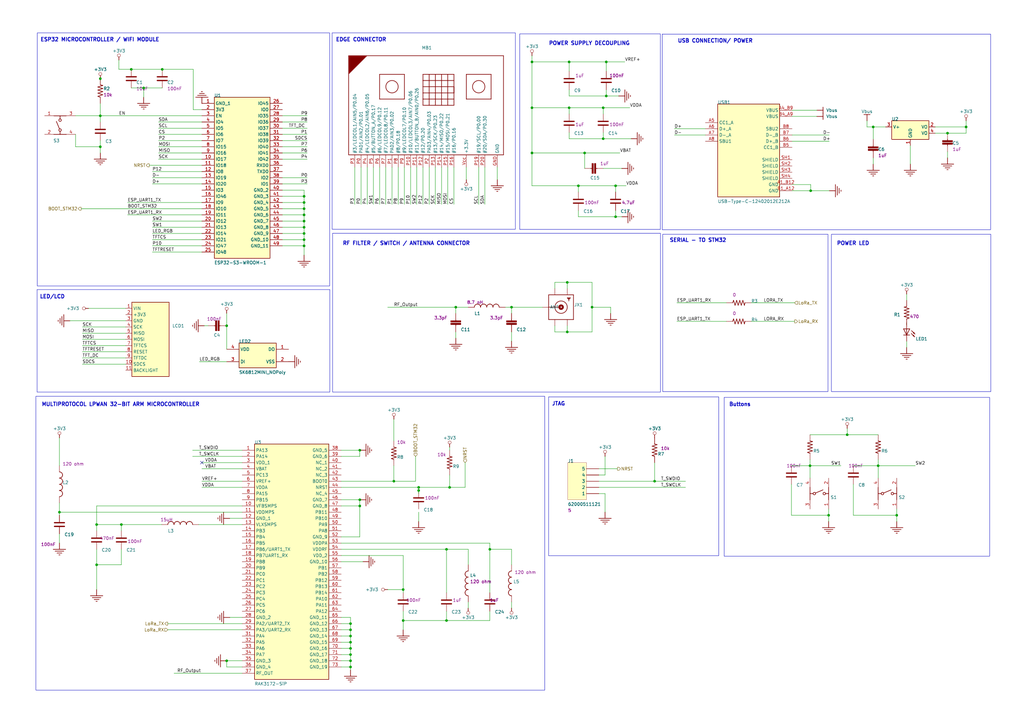
<source format=kicad_sch>
(kicad_sch (version 20231120) (generator "eeschema") (generator_version "8.0")
  (paper "A3")
  (title_block (title "LHCBit") (date "2024-10-08") (rev "1.0") (company "LHC"))
  (junction (at 239.776 62.738))
  (junction (at 39.624 231.648))
  (junction (at 247.396 44.196))
  (junction (at 92.964 133.604))
  (junction (at 39.624 215.138))
  (junction (at 143.764 263.398))
  (junction (at 218.186 44.196))
  (junction (at 66.548 28.448))
  (junction (at 165.354 254.508))
  (junction (at 218.186 62.738))
  (junction (at 232.664 136.144))
  (junction (at 124.714 85.598))
  (junction (at 143.764 271.018))
  (junction (at 252.476 88.9))
  (junction (at 171.704 199.898))
  (junction (at 143.764 265.938))
  (junction (at 143.764 273.558))
  (junction (at 143.764 268.478))
  (junction (at 58.928 36.068))
  (junction (at 183.134 225.298))
  (junction (at 124.714 80.518))
  (junction (at 124.714 90.678))
  (junction (at 165.354 241.808))
  (junction (at 184.404 199.898))
  (junction (at 218.186 25.4))
  (junction (at 41.148 60.198))
  (junction (at 248.666 39.37))
  (junction (at 252.476 76.2))
  (junction (at 143.764 255.778))
  (junction (at 147.574 184.658))
  (junction (at 124.714 88.138))
  (junction (at 147.574 207.518))
  (junction (at 237.236 76.2))
  (junction (at 183.134 254.508))
  (junction (at 92.964 271.018))
  (junction (at 367.792 211.328))
  (junction (at 358.14 52.07))
  (junction (at 360.172 191.008))
  (junction (at 233.426 25.4))
  (junction (at 171.704 201.168))
  (junction (at 233.426 44.196))
  (junction (at 143.764 258.318))
  (junction (at 186.944 125.984))
  (junction (at 396.24 52.07))
  (junction (at 209.804 125.984))
  (junction (at 268.478 197.358))
  (junction (at 41.148 32.258))
  (junction (at 388.62 54.61))
  (junction (at 242.824 125.984))
  (junction (at 124.714 93.218))
  (junction (at 41.148 47.498))
  (junction (at 143.764 260.858))
  (junction (at 124.714 83.058))
  (junction (at 332.232 191.008))
  (junction (at 161.544 197.358))
  (junction (at 200.914 225.298))
  (junction (at 232.664 115.824))
  (junction (at 124.714 95.758))
  (junction (at 248.666 25.4))
  (junction (at 49.784 215.138))
  (junction (at 339.852 211.328))
  (junction (at 53.848 28.448))
  (junction (at 147.574 204.978))
  (junction (at 124.714 98.298))
  (junction (at 347.472 178.308))
  (junction (at 332.486 78.232))
  (junction (at 24.384 210.058))
  (junction (at 247.396 56.896))
  (junction (at 124.714 100.838))
  (no_connect (at 82.804 189.738))
  (wire (pts (xy 143.764 258.318) (xy 143.764 260.858)))
  (wire (pts (xy 248.666 29.21) (xy 248.666 25.4)))
  (wire (pts (xy 82.804 103.378) (xy 62.484 103.378)))
  (wire (pts (xy 371.856 139.954) (xy 371.856 142.494)))
  (wire (pts (xy 147.574 204.978) (xy 147.574 207.518)))
  (wire (pts (xy 82.804 72.898) (xy 62.484 72.898)))
  (wire (pts (xy 115.824 85.598) (xy 124.714 85.598)))
  (wire (pts (xy 192.024 231.648) (xy 192.024 225.298)))
  (wire (pts (xy 139.954 273.558) (xy 143.764 273.558)))
  (wire (pts (xy 143.764 263.398) (xy 143.764 265.938)))
  (wire (pts (xy 39.624 231.648) (xy 39.624 241.808)))
  (wire (pts (xy 324.866 75.692) (xy 332.486 75.692)))
  (wire (pts (xy 248.666 39.37) (xy 248.666 36.83)))
  (wire (pts (xy 124.714 95.758) (xy 124.714 98.298)))
  (wire (pts (xy 242.824 125.984) (xy 250.444 125.984)))
  (wire (pts (xy 139.954 263.398) (xy 143.764 263.398)))
  (wire (pts (xy 308.102 131.826) (xy 325.882 131.826)))
  (wire (pts (xy 24.384 179.578) (xy 24.384 191.008)))
  (wire (pts (xy 209.804 139.954) (xy 209.804 136.144)))
  (wire (pts (xy 383.54 52.07) (xy 396.24 52.07)))
  (wire (pts (xy 308.102 124.206) (xy 325.882 124.206)))
  (wire (pts (xy 289.306 55.372) (xy 276.606 55.372)))
  (wire (pts (xy 227.584 115.824) (xy 232.664 115.824)))
  (wire (pts (xy 82.804 50.038) (xy 65.024 50.038)))
  (wire (pts (xy 171.704 199.898) (xy 184.404 199.898)))
  (wire (pts (xy 165.354 227.838) (xy 139.954 227.838)))
  (wire (pts (xy 99.314 273.558) (xy 92.964 273.558)))
  (wire (pts (xy 289.306 52.832) (xy 276.606 52.832)))
  (wire (pts (xy 92.964 143.256) (xy 92.964 133.604)))
  (wire (pts (xy 53.848 36.068) (xy 58.928 36.068)))
  (wire (pts (xy 139.954 265.938) (xy 143.764 265.938)))
  (wire (pts (xy 218.186 25.4) (xy 233.426 25.4)))
  (wire (pts (xy 41.148 50.038) (xy 41.148 47.498)))
  (wire (pts (xy 82.804 75.438) (xy 62.484 75.438)))
  (wire (pts (xy 324.612 191.008) (xy 332.232 191.008)))
  (wire (pts (xy 178.562 68.58) (xy 178.562 83.82)))
  (wire (pts (xy 247.396 44.196) (xy 258.318 44.196)))
  (wire (pts (xy 242.824 115.824) (xy 232.664 115.824)))
  (wire (pts (xy 115.824 57.658) (xy 125.984 57.658)))
  (wire (pts (xy 324.866 55.372) (xy 340.106 55.372)))
  (wire (pts (xy 200.914 254.508) (xy 200.914 250.698)))
  (wire (pts (xy 82.804 65.278) (xy 65.024 65.278)))
  (wire (pts (xy 51.562 134.112) (xy 33.782 134.112)))
  (wire (pts (xy 92.964 133.604) (xy 92.964 128.524)))
  (wire (pts (xy 339.852 208.788) (xy 339.852 211.328)))
  (wire (pts (xy 139.954 253.238) (xy 143.764 253.238)))
  (wire (pts (xy 66.548 28.448) (xy 79.248 28.448)))
  (wire (pts (xy 41.148 57.658) (xy 41.148 60.198)))
  (wire (pts (xy 82.804 90.678) (xy 62.484 90.678)))
  (wire (pts (xy 41.148 60.198) (xy 41.148 62.738)))
  (wire (pts (xy 360.172 188.468) (xy 360.172 191.008)))
  (wire (pts (xy 200.914 243.078) (xy 200.914 225.298)))
  (wire (pts (xy 115.824 95.758) (xy 124.714 95.758)))
  (wire (pts (xy 115.824 90.678) (xy 124.714 90.678)))
  (wire (pts (xy 139.954 268.478) (xy 143.764 268.478)))
  (wire (pts (xy 171.704 201.168) (xy 171.704 199.898)))
  (wire (pts (xy 186.944 138.684) (xy 186.944 136.144)))
  (wire (pts (xy 83.82 133.604) (xy 85.344 133.604)))
  (wire (pts (xy 139.954 187.198) (xy 147.574 187.198)))
  (wire (pts (xy 82.804 100.838) (xy 62.484 100.838)))
  (wire (pts (xy 51.562 141.732) (xy 33.782 141.732)))
  (wire (pts (xy 145.542 68.58) (xy 145.542 83.82)))
  (wire (pts (xy 139.954 199.898) (xy 171.704 199.898)))
  (wire (pts (xy 49.784 217.678) (xy 49.784 215.138)))
  (wire (pts (xy 184.404 199.898) (xy 190.754 199.898)))
  (wire (pts (xy 115.824 75.438) (xy 125.984 75.438)))
  (wire (pts (xy 324.612 198.628) (xy 324.612 211.328)))
  (wire (pts (xy 92.964 273.558) (xy 92.964 271.018)))
  (wire (pts (xy 209.804 125.984) (xy 222.504 125.984)))
  (wire (pts (xy 176.022 68.58) (xy 176.022 83.82)))
  (wire (pts (xy 332.486 75.692) (xy 332.486 78.232)))
  (wire (pts (xy 183.134 254.508) (xy 200.914 254.508)))
  (wire (pts (xy 233.426 25.4) (xy 248.666 25.4)))
  (wire (pts (xy 115.824 88.138) (xy 124.714 88.138)))
  (wire (pts (xy 39.624 225.298) (xy 39.624 231.648)))
  (wire (pts (xy 198.882 68.58) (xy 198.882 83.82)))
  (wire (pts (xy 99.314 258.318) (xy 68.834 258.318)))
  (wire (pts (xy 268.478 197.358) (xy 245.618 197.358)))
  (wire (pts (xy 239.776 62.738) (xy 218.186 62.738)))
  (wire (pts (xy 24.384 218.948) (xy 24.384 222.758)))
  (wire (pts (xy 82.804 52.578) (xy 65.024 52.578)))
  (wire (pts (xy 218.186 76.2) (xy 237.236 76.2)))
  (wire (pts (xy 192.024 249.428) (xy 192.024 246.888)))
  (wire (pts (xy 99.314 199.898) (xy 82.804 199.898)))
  (wire (pts (xy 209.804 128.524) (xy 209.804 125.984)))
  (wire (pts (xy 373.38 59.69) (xy 373.38 67.31)))
  (wire (pts (xy 115.824 55.118) (xy 125.984 55.118)))
  (wire (pts (xy 82.804 67.818) (xy 61.214 67.818)))
  (wire (pts (xy 247.396 46.736) (xy 247.396 44.196)))
  (wire (pts (xy 277.622 131.826) (xy 297.942 131.826)))
  (wire (pts (xy 115.824 93.218) (xy 124.714 93.218)))
  (wire (pts (xy 237.236 78.74) (xy 237.236 76.2)))
  (wire (pts (xy 324.612 211.328) (xy 339.852 211.328)))
  (wire (pts (xy 139.954 197.358) (xy 161.544 197.358)))
  (wire (pts (xy 143.764 271.018) (xy 143.764 273.558)))
  (wire (pts (xy 66.294 215.138) (xy 49.784 215.138)))
  (wire (pts (xy 124.714 90.678) (xy 124.714 93.218)))
  (wire (pts (xy 209.804 249.428) (xy 209.804 246.888)))
  (wire (pts (xy 143.764 268.478) (xy 143.764 271.018)))
  (wire (pts (xy 58.928 36.068) (xy 66.548 36.068)))
  (wire (pts (xy 165.354 254.508) (xy 183.134 254.508)))
  (wire (pts (xy 124.714 88.138) (xy 124.714 90.678)))
  (wire (pts (xy 255.016 69.088) (xy 247.396 69.088)))
  (wire (pts (xy 332.232 191.008) (xy 332.232 196.088)))
  (wire (pts (xy 252.476 76.2) (xy 256.794 76.2)))
  (wire (pts (xy 233.426 46.736) (xy 233.426 44.196)))
  (wire (pts (xy 139.954 220.218) (xy 147.574 220.218)))
  (wire (pts (xy 39.624 207.518) (xy 99.314 207.518)))
  (wire (pts (xy 248.158 202.438) (xy 245.618 202.438)))
  (wire (pts (xy 115.824 52.578) (xy 125.984 52.578)))
  (wire (pts (xy 139.954 204.978) (xy 147.574 204.978)))
  (wire (pts (xy 253.238 192.278) (xy 245.618 192.278)))
  (wire (pts (xy 358.14 64.77) (xy 358.14 67.31)))
  (wire (pts (xy 183.642 68.58) (xy 183.642 83.82)))
  (wire (pts (xy 207.264 125.984) (xy 209.804 125.984)))
  (wire (pts (xy 24.384 211.328) (xy 24.384 210.058)))
  (wire (pts (xy 332.486 78.232) (xy 340.106 78.232)))
  (wire (pts (xy 53.848 28.448) (xy 66.548 28.448)))
  (wire (pts (xy 143.764 273.558) (xy 143.764 274.828)))
  (wire (pts (xy 99.314 253.238) (xy 94.234 253.238)))
  (wire (pts (xy 232.664 136.144) (xy 242.824 136.144)))
  (wire (pts (xy 49.784 231.648) (xy 49.784 225.298)))
  (wire (pts (xy 247.396 44.196) (xy 233.426 44.196)))
  (wire (pts (xy 183.134 225.298) (xy 139.954 225.298)))
  (wire (pts (xy 139.954 230.378) (xy 148.844 230.378)))
  (wire (pts (xy 147.574 220.218) (xy 147.574 207.518)))
  (wire (pts (xy 350.012 211.328) (xy 350.012 198.628)))
  (wire (pts (xy 99.314 215.138) (xy 81.534 215.138)))
  (wire (pts (xy 161.544 197.358) (xy 170.434 197.358)))
  (wire (pts (xy 115.824 100.838) (xy 124.714 100.838)))
  (wire (pts (xy 115.824 62.738) (xy 125.984 62.738)))
  (wire (pts (xy 165.862 68.58) (xy 165.862 83.82)))
  (wire (pts (xy 51.562 144.272) (xy 33.782 144.272)))
  (wire (pts (xy 209.804 225.298) (xy 200.914 225.298)))
  (wire (pts (xy 218.186 44.196) (xy 218.186 62.738)))
  (wire (pts (xy 242.824 136.144) (xy 242.824 125.984)))
  (wire (pts (xy 248.666 25.4) (xy 256.286 25.4)))
  (wire (pts (xy 388.62 62.23) (xy 388.62 64.77)))
  (wire (pts (xy 363.22 52.07) (xy 358.14 52.07)))
  (wire (pts (xy 139.954 258.318) (xy 143.764 258.318)))
  (wire (pts (xy 148.082 68.58) (xy 148.082 83.82)))
  (wire (pts (xy 183.134 243.078) (xy 183.134 225.298)))
  (wire (pts (xy 252.476 88.9) (xy 252.476 86.36)))
  (wire (pts (xy 191.262 68.58) (xy 191.262 73.66)))
  (wire (pts (xy 203.962 68.58) (xy 203.962 73.66)))
  (wire (pts (xy 150.622 68.58) (xy 150.622 83.82)))
  (wire (pts (xy 49.784 215.138) (xy 39.624 215.138)))
  (wire (pts (xy 82.804 70.358) (xy 62.484 70.358)))
  (wire (pts (xy 233.426 29.21) (xy 233.426 25.4)))
  (wire (pts (xy 245.618 199.898) (xy 281.178 199.898)))
  (wire (pts (xy 99.314 187.198) (xy 78.994 187.198)))
  (wire (pts (xy 237.236 88.9) (xy 237.236 86.36)))
  (wire (pts (xy 277.622 124.206) (xy 297.942 124.206)))
  (wire (pts (xy 143.764 260.858) (xy 143.764 263.398)))
  (wire (pts (xy 41.148 32.258) (xy 41.148 33.528)))
  (wire (pts (xy 158.242 68.58) (xy 158.242 83.82)))
  (wire (pts (xy 124.714 80.518) (xy 124.714 83.058)))
  (wire (pts (xy 165.354 243.078) (xy 165.354 241.808)))
  (wire (pts (xy 192.024 225.298) (xy 183.134 225.298)))
  (wire (pts (xy 227.584 136.144) (xy 232.664 136.144)))
  (wire (pts (xy 24.384 210.058) (xy 24.384 206.248)))
  (wire (pts (xy 82.804 98.298) (xy 62.484 98.298)))
  (wire (pts (xy 52.324 83.058) (xy 82.804 83.058)))
  (wire (pts (xy 99.314 197.358) (xy 82.804 197.358)))
  (wire (pts (xy 99.314 212.598) (xy 94.234 212.598)))
  (wire (pts (xy 239.776 62.738) (xy 254.254 62.738)))
  (wire (pts (xy 30.988 60.198) (xy 41.148 60.198)))
  (wire (pts (xy 232.664 115.824) (xy 232.664 118.364)))
  (wire (pts (xy 248.158 210.058) (xy 248.158 202.438)))
  (wire (pts (xy 388.62 54.61) (xy 396.24 54.61)))
  (wire (pts (xy 360.172 191.008) (xy 360.172 196.088)))
  (wire (pts (xy 252.476 88.9) (xy 237.236 88.9)))
  (wire (pts (xy 350.012 191.008) (xy 360.172 191.008)))
  (wire (pts (xy 115.824 47.498) (xy 125.984 47.498)))
  (wire (pts (xy 124.714 98.298) (xy 124.714 100.838)))
  (wire (pts (xy 147.574 207.518) (xy 139.954 207.518)))
  (wire (pts (xy 200.914 222.758) (xy 139.954 222.758)))
  (wire (pts (xy 233.426 44.196) (xy 218.186 44.196)))
  (wire (pts (xy 48.768 28.448) (xy 53.848 28.448)))
  (wire (pts (xy 124.714 83.058) (xy 124.714 85.598)))
  (wire (pts (xy 339.852 211.328) (xy 339.852 213.868)))
  (wire (pts (xy 39.624 215.138) (xy 39.624 207.518)))
  (wire (pts (xy 161.544 171.958) (xy 161.544 180.848)))
  (wire (pts (xy 39.624 217.678) (xy 39.624 215.138)))
  (wire (pts (xy 186.944 125.984) (xy 159.004 125.984)))
  (wire (pts (xy 347.472 178.308) (xy 360.172 178.308)))
  (wire (pts (xy 139.954 260.858) (xy 143.764 260.858)))
  (wire (pts (xy 48.768 24.638) (xy 48.768 28.448)))
  (wire (pts (xy 170.434 197.358) (xy 170.434 187.198)))
  (wire (pts (xy 163.322 68.58) (xy 163.322 83.82)))
  (wire (pts (xy 153.162 83.82) (xy 153.162 68.58)))
  (wire (pts (xy 358.14 57.15) (xy 358.14 52.07)))
  (wire (pts (xy 81.788 148.336) (xy 92.964 148.336)))
  (wire (pts (xy 28.702 131.572) (xy 51.562 131.572)))
  (wire (pts (xy 173.482 68.58) (xy 173.482 83.82)))
  (wire (pts (xy 253.746 39.37) (xy 248.666 39.37)))
  (wire (pts (xy 171.704 202.438) (xy 171.704 201.168)))
  (wire (pts (xy 139.954 271.018) (xy 143.764 271.018)))
  (wire (pts (xy 92.964 271.018) (xy 99.314 271.018)))
  (wire (pts (xy 332.232 191.008) (xy 344.932 191.008)))
  (wire (pts (xy 82.804 85.598) (xy 33.274 85.598)))
  (wire (pts (xy 71.374 276.098) (xy 99.314 276.098)))
  (wire (pts (xy 168.402 68.58) (xy 168.402 83.82)))
  (wire (pts (xy 165.354 250.698) (xy 165.354 254.508)))
  (wire (pts (xy 209.804 231.648) (xy 209.804 225.298)))
  (wire (pts (xy 186.944 128.524) (xy 186.944 125.984)))
  (wire (pts (xy 248.666 39.37) (xy 233.426 39.37)))
  (wire (pts (xy 160.782 68.58) (xy 160.782 83.82)))
  (wire (pts (xy 82.804 95.758) (xy 62.484 95.758)))
  (wire (pts (xy 371.856 120.65) (xy 371.856 123.19)))
  (wire (pts (xy 68.834 255.778) (xy 99.314 255.778)))
  (wire (pts (xy 184.404 184.658) (xy 184.404 183.388)))
  (wire (pts (xy 186.182 68.58) (xy 186.182 83.82)))
  (wire (pts (xy 367.792 211.328) (xy 350.012 211.328)))
  (wire (pts (xy 183.134 254.508) (xy 183.134 250.698)))
  (wire (pts (xy 171.704 210.058) (xy 171.704 213.868)))
  (wire (pts (xy 396.24 52.07) (xy 396.24 49.53)))
  (wire (pts (xy 79.248 44.958) (xy 82.804 44.958)))
  (wire (pts (xy 184.404 194.818) (xy 184.404 199.898)))
  (wire (pts (xy 218.186 62.738) (xy 218.186 76.2)))
  (wire (pts (xy 115.824 77.978) (xy 124.714 77.978)))
  (wire (pts (xy 332.232 178.308) (xy 347.472 178.308)))
  (wire (pts (xy 82.804 60.198) (xy 65.024 60.198)))
  (wire (pts (xy 233.426 56.896) (xy 247.396 56.896)))
  (wire (pts (xy 99.314 192.278) (xy 82.804 192.278)))
  (wire (pts (xy 143.764 253.238) (xy 143.764 255.778)))
  (wire (pts (xy 248.158 194.818) (xy 245.618 194.818)))
  (wire (pts (xy 30.988 47.498) (xy 41.148 47.498)))
  (wire (pts (xy 99.314 189.738) (xy 82.804 189.738)))
  (wire (pts (xy 247.396 54.356) (xy 247.396 56.896)))
  (wire (pts (xy 371.856 133.35) (xy 371.856 132.334)))
  (wire (pts (xy 115.824 83.058) (xy 124.714 83.058)))
  (wire (pts (xy 143.764 265.938) (xy 143.764 268.478)))
  (wire (pts (xy 115.824 80.518) (xy 124.714 80.518)))
  (wire (pts (xy 165.354 241.808) (xy 165.354 227.838)))
  (wire (pts (xy 82.804 93.218) (xy 62.484 93.218)))
  (wire (pts (xy 115.824 60.198) (xy 125.984 60.198)))
  (wire (pts (xy 218.186 22.86) (xy 218.186 25.4)))
  (wire (pts (xy 232.664 136.144) (xy 232.664 133.604)))
  (wire (pts (xy 170.942 68.58) (xy 170.942 83.82)))
  (wire (pts (xy 247.396 56.896) (xy 258.826 56.896)))
  (wire (pts (xy 51.562 149.352) (xy 33.782 149.352)))
  (wire (pts (xy 115.824 98.298) (xy 124.714 98.298)))
  (wire (pts (xy 165.354 254.508) (xy 165.354 258.318)))
  (wire (pts (xy 281.178 197.358) (xy 268.478 197.358)))
  (wire (pts (xy 147.574 187.198) (xy 147.574 184.658)))
  (wire (pts (xy 58.928 39.878) (xy 58.928 36.068)))
  (wire (pts (xy 396.24 54.61) (xy 396.24 52.07)))
  (wire (pts (xy 99.314 210.058) (xy 24.384 210.058)))
  (wire (pts (xy 192.024 125.984) (xy 186.944 125.984)))
  (wire (pts (xy 41.148 42.418) (xy 41.148 47.498)))
  (wire (pts (xy 143.764 255.778) (xy 143.764 258.318)))
  (wire (pts (xy 239.776 62.738) (xy 239.776 69.088)))
  (wire (pts (xy 252.476 78.74) (xy 252.476 76.2)))
  (wire (pts (xy 79.248 28.448) (xy 79.248 44.958)))
  (wire (pts (xy 242.824 125.984) (xy 242.824 115.824)))
  (wire (pts (xy 36.322 126.492) (xy 51.562 126.492)))
  (wire (pts (xy 248.158 187.198) (xy 248.158 194.818)))
  (wire (pts (xy 190.754 199.898) (xy 190.754 189.738)))
  (wire (pts (xy 227.584 133.604) (xy 227.584 136.144)))
  (wire (pts (xy 139.954 255.778) (xy 143.764 255.778)))
  (wire (pts (xy 332.232 188.468) (xy 332.232 191.008)))
  (wire (pts (xy 227.584 118.364) (xy 227.584 115.824)))
  (wire (pts (xy 218.186 25.4) (xy 218.186 44.196)))
  (wire (pts (xy 233.426 39.37) (xy 233.426 36.83)))
  (wire (pts (xy 383.54 54.61) (xy 388.62 54.61)))
  (wire (pts (xy 115.824 65.278) (xy 125.984 65.278)))
  (wire (pts (xy 82.804 55.118) (xy 65.024 55.118)))
  (wire (pts (xy 367.792 211.328) (xy 367.792 213.868)))
  (wire (pts (xy 39.624 231.648) (xy 49.784 231.648)))
  (wire (pts (xy 124.714 100.838) (xy 124.714 104.648)))
  (wire (pts (xy 51.562 139.192) (xy 33.782 139.192)))
  (wire (pts (xy 155.702 68.58) (xy 155.702 83.82)))
  (wire (pts (xy 161.544 197.358) (xy 161.544 191.008)))
  (wire (pts (xy 324.866 45.212) (xy 335.026 45.212)))
  (wire (pts (xy 159.004 241.808) (xy 165.354 241.808)))
  (wire (pts (xy 51.562 146.812) (xy 33.782 146.812)))
  (wire (pts (xy 355.6 52.07) (xy 355.6 49.53)))
  (wire (pts (xy 41.148 47.498) (xy 82.804 47.498)))
  (wire (pts (xy 196.342 68.58) (xy 196.342 83.82)))
  (wire (pts (xy 51.562 136.652) (xy 33.782 136.652)))
  (wire (pts (xy 360.172 191.008) (xy 375.412 191.008)))
  (wire (pts (xy 358.14 52.07) (xy 355.6 52.07)))
  (wire (pts (xy 82.804 62.738) (xy 65.024 62.738)))
  (wire (pts (xy 147.574 184.658) (xy 139.954 184.658)))
  (wire (pts (xy 268.478 189.738) (xy 268.478 197.358)))
  (wire (pts (xy 237.236 76.2) (xy 252.476 76.2)))
  (wire (pts (xy 52.324 88.138) (xy 82.804 88.138)))
  (wire (pts (xy 255.016 88.9) (xy 252.476 88.9)))
  (wire (pts (xy 367.792 208.788) (xy 367.792 211.328)))
  (wire (pts (xy 200.914 225.298) (xy 200.914 222.758)))
  (wire (pts (xy 124.714 77.978) (xy 124.714 80.518)))
  (wire (pts (xy 250.444 125.984) (xy 250.444 128.524)))
  (wire (pts (xy 82.804 57.658) (xy 65.024 57.658)))
  (wire (pts (xy 124.714 93.218) (xy 124.714 95.758)))
  (wire (pts (xy 115.824 72.898) (xy 125.984 72.898)))
  (wire (pts (xy 324.866 78.232) (xy 332.486 78.232)))
  (wire (pts (xy 30.988 55.118) (xy 30.988 60.198)))
  (wire (pts (xy 181.102 68.58) (xy 181.102 83.82)))
  (wire (pts (xy 324.866 47.752) (xy 335.026 47.752)))
  (wire (pts (xy 324.866 57.912) (xy 340.106 57.912)))
  (wire (pts (xy 233.426 54.356) (xy 233.426 56.896)))
  (wire (pts (xy 99.314 184.658) (xy 78.994 184.658)))
  (wire (pts (xy 115.824 50.038) (xy 125.984 50.038)))
  (wire (pts (xy 124.714 85.598) (xy 124.714 88.138)))
  (wire (pts (xy 347.472 178.308) (xy 347.472 175.768)))
  (rectangle (start 341 96.1) (end 406.4 160.6))
  (rectangle (start 14.73 162.548) (end 223.43 283.048))
  (rectangle (start 297 163) (end 405.9 228.1))
  (rectangle (start 271.8 96.1) (end 339.6 160.6))
  (rectangle (start 271.6 14) (end 406.3 94.2))
  (rectangle (start 225 162.8) (end 294.8 227.9))
  (rectangle (start 15.3 13.5) (end 135.2 117.3))
  (rectangle (start 213.162 13.916) (end 270.862 94.1))
  (rectangle (start 136.2 13.5) (end 211.4 94))
  (rectangle (start 15.204 118.758) (end 135.3 160.8))
  (rectangle (start 136.4 95.7) (end 270.9 160.8))
  (text "POWER SUPPLY DECOUPLING" (at 225.044 18.796 0) (effects (font (size 1.524 1.524) (bold yes)) (justify left bottom)))
  (text "Buttons" (at 298.958 166.878 0) (effects (font (size 1.524 1.524) (bold yes)) (justify left bottom)))
  (text "EDGE CONNECTOR" (at 137.668 17.272 0) (effects (font (size 1.524 1.524) (bold yes)) (justify left bottom)))
  (text "ESP32 MICROCONTROLLER / WIFI MODULE" (at 16.51 17.272 0) (effects (font (size 1.524 1.524) (bold yes)) (justify left bottom)))
  (text "SERIAL - TO STM32" (at 274.574 99.568 0) (effects (font (size 1.524 1.524) (bold yes)) (justify left bottom)))
  (text "USB CONNECTION/ POWER" (at 277.876 17.78 0) (effects (font (size 1.524 1.524) (bold yes)) (justify left bottom)))
  (text "RF FILTER / SWITCH / ANTENNA CONNECTOR" (at 140.462 100.838 0) (effects (font (size 1.524 1.524) (bold yes)) (justify left bottom)))
  (text "JTAG" (at 226.314 166.624 0) (effects (font (size 1.524 1.524) (bold yes)) (justify left bottom)))
  (text "POWER LED" (at 343.154 100.838 0) (effects (font (size 1.524 1.524) (bold yes)) (justify left bottom)))
  (text "LED/LCD" (at 16.256 122.682 0) (effects (font (size 1.524 1.524) (bold yes)) (justify left bottom)))
  (text "MULTIPROTOCOL LPWAN 32-BIT ARM MICROCONTROLLER" (at 17.018 166.878 0) (effects (font (size 1.524 1.524) (bold yes)) (justify left bottom)))
  (text "" (at 173.482 297.688 0) (effects (font (size 1.27 1.27)) (justify left bottom)))
  (label "TFTCS" (at 33.782 141.732 0))
  (label "D-" (at 276.606 55.372 0))
  (label "P7" (at 158.242 83.82 90))
  (label "MOSI" (at 33.782 139.192 0))
  (label "P8" (at 123.444 50.038 0))
  (label "CS" (at 65.024 55.118 0))
  (label "P8" (at 163.322 83.82 90))
  (label "VREF+" (at 256.286 25.4 0))
  (label "P3" (at 145.542 83.82 90))
  (label "P12" (at 62.484 70.358 0))
  (label "VDDA" (at 84.074 189.738 0))
  (label "VBAT" (at 254.254 62.738 0))
  (label "P1" (at 123.444 55.118 0))
  (label "SW2" (at 62.484 90.678 0))
  (label "D+" (at 62.484 75.438 0))
  (label "P2" (at 65.024 57.658 0))
  (label "T_SWDIO" (at 271.018 197.358 0))
  (label "ESP_UART1_TX" (at 277.622 131.826 0))
  (label "SW1" (at 153.162 83.82 90))
  (label "T_SWCLK" (at 271.018 199.898 0))
  (label "EN" (at 48.768 47.498 0))
  (label "VDDA" (at 256.794 76.2 0))
  (label "P10" (at 62.484 100.838 0))
  (label "VDDA" (at 82.804 199.898 0))
  (label "TFTRESET" (at 62.484 103.378 0))
  (label "LORA_TX" (at 313.182 124.206 0))
  (label "SDCS" (at 120.904 57.658 0))
  (label "BOOT_STM32" (at 52.324 85.598 0))
  (label "P12" (at 173.482 83.82 90))
  (label "SCL" (at 196.342 83.82 90))
  (label "SW2" (at 375.412 191.008 0))
  (label "VBAT" (at 84.074 192.278 0))
  (label "ESP_UART1_TX" (at 52.324 83.058 0))
  (label "RF_Output" (at 161.544 125.984 0))
  (label "P1" (at 160.782 83.82 90))
  (label "SW1" (at 62.484 93.218 0))
  (label "SCL" (at 65.024 52.578 0))
  (label "P9" (at 123.444 47.498 0))
  (label "CS" (at 186.182 83.82 90))
  (label "MISO" (at 33.782 136.652 0))
  (label "ESP_UART1_RX" (at 277.622 124.206 0))
  (label "SW1" (at 344.932 191.008 180))
  (label "MISO" (at 181.102 83.82 90))
  (label "P9" (at 165.862 83.82 90))
  (label "TFTRESET" (at 33.782 144.272 0))
  (label "P2" (at 176.022 83.82 90))
  (label "D+" (at 276.606 52.832 0))
  (label "P4" (at 150.622 83.82 90))
  (label "TFT_DC" (at 33.782 146.812 0))
  (label "P6" (at 155.702 83.82 90))
  (label "D+" (at 337.566 57.912 0))
  (label "SDCS" (at 33.782 149.352 0))
  (label "T_SWDIO" (at 81.534 184.658 0))
  (label "TFTCS" (at 62.484 98.298 0))
  (label "ESP_UART1_RX" (at 52.324 88.138 0))
  (label "P4" (at 123.444 65.278 0))
  (label "SDA" (at 198.882 83.82 90))
  (label "VREF+" (at 82.804 197.358 0))
  (label "SW2" (at 170.942 83.82 90))
  (label "TFT_DC" (at 118.364 52.578 0))
  (label "P10" (at 168.402 83.82 90))
  (label "LORA_RX" (at 313.182 131.826 0))
  (label "RF_Output" (at 72.644 276.098 0))
  (label "P7" (at 123.444 60.198 0))
  (label "SCK" (at 178.562 83.82 90))
  (label "SCK" (at 33.782 134.112 0))
  (label "VDDA" (at 258.318 44.196 0))
  (label "D-" (at 62.484 72.898 0))
  (label "P0" (at 148.082 83.82 90))
  (label "MOSI" (at 65.024 60.198 0))
  (label "SCK" (at 65.024 65.278 0))
  (label "MISO" (at 65.024 62.738 0))
  (label "LED_RGB" (at 62.484 95.758 0))
  (label "T_SWCLK" (at 81.534 187.198 0))
  (label "SDA" (at 65.024 50.038 0))
  (label "D-" (at 337.566 55.372 0))
  (label "MOSI" (at 183.642 83.82 90))
  (label "P3" (at 123.444 75.438 0))
  (label "P6" (at 123.444 62.738 0))
  (label "P0" (at 123.444 72.898 0))
  (label "LED_RGB" (at 81.788 148.336 0))
  (hierarchical_label "NRST" (shape input) (at 190.754 189.738 90))
  (hierarchical_label "NRST" (shape output) (at 253.238 192.278 0))
  (hierarchical_label "NRST" (shape output) (at 61.214 67.818 180))
  (hierarchical_label "BOOT_STM32" (shape input) (at 170.434 187.198 90))
  (hierarchical_label "LoRa_TX" (shape input) (at 325.882 124.206 0))
  (hierarchical_label "LoRa_TX" (shape output) (at 68.834 255.778 180))
  (hierarchical_label "LoRa_RX" (shape output) (at 325.882 131.826 0))
  (hierarchical_label "BOOT_STM32" (shape output) (at 33.274 85.598 180))
  (hierarchical_label "LoRa_RX" (shape input) (at 68.834 258.318 180))
  (symbol (lib_id "LHCbit-altium-import:+3V3_CIRCLE") (at 347.472 175.768 180) (unit 1)
    (property "Reference" "#PWR0151" (effects (hide yes)))
    (property "Value" "+3V3" (at 347.472 171.958 0))
  )
  (symbol (lib_id "LHCbit-altium-import:+3V3_CIRCLE") (at 218.186 22.86 180) (unit 1)
    (property "Reference" "#PWR0134" (effects (hide yes)))
    (property "Value" "+3V3" (at 218.186 19.05 0))
  )
  (symbol (lib_id "LHCbit-altium-import:GND_POWER_GROUND") (at 371.856 142.494 0) (unit 1)
    (property "Reference" "#PWR0124" (effects (hide yes)))
    (property "Value" "GND" (effects (hide yes)))
  )
  (symbol (lib_id "LHCbit-altium-import:GND_POWER_GROUND") (at 118.364 148.336 90) (unit 1)
    (property "Reference" "#PWR0132" (effects (hide yes)))
    (property "Value" "GND" (effects (hide yes)))
  )
  (symbol (lib_id "Device:C") (at 247.396 50.546 0) (unit 1)
    (property "Reference" "C14" (at 249.428 55.372 0) (effects (justify left bottom)))
    (property "Value" "C-EUC0402" (effects (hide yes)))
    (property "Footprint" "Capacitor_SMD:C_0402_1005Metric" (effects (hide yes)))
    (property "Description" "Unpolarized capacitor" (effects (hide yes)))
    (property "PART NUMBER" "C0402C104K8" (effects (hide yes)))
    (property "ALTIUM_VALUE" "100nF" (at 249.936 51.816 0) (effects (justify left bottom)))
    (property "VENDOR" "KEMET" (effects (hide yes)))
    (property "FAMÍLIA" "Capacitor" (effects (hide yes)))
  )
  (symbol (lib_id "Device:C") (at 350.012 194.818 0) (unit 1)
    (property "Reference" "C8" (at 352.044 199.644 0) (effects (justify left bottom)))
    (property "Value" "C-EUC0402" (effects (hide yes)))
    (property "Footprint" "Capacitor_SMD:C_0402_1005Metric" (effects (hide yes)))
    (property "Description" "Unpolarized capacitor" (effects (hide yes)))
    (property "PART NUMBER" "C0402C104K8" (effects (hide yes)))
    (property "ALTIUM_VALUE" "100nF" (at 347.98 191.77 0) (effects (justify left bottom)))
    (property "VENDOR" "KEMET" (effects (hide yes)))
    (property "FAMÍLIA" "Capacitor" (effects (hide yes)))
  )
  (symbol (lib_id "LHCbit-altium-import:root_1_L-US0805") (at 73.914 215.138 0) (unit 1)
    (property "Reference" "L3" (at 68.834 218.44 0) (effects (justify left bottom)))
    (property "Footprint" "Inductor_SMD:L_0805_2012Metric_Pad1.15x1.40mm_HandSolder" (effects (hide yes)))
    (property "PART NUMBER" "MLZ2012M150WTD25" (effects (hide yes)))
    (property "ALTIUM_VALUE" "15uH" (at 65.786 213.868 0) (effects (justify left bottom)))
    (property "VENDOR" "TDK" (effects (hide yes)))
    (property "FAMÍLIA" "Inductor" (effects (hide yes)))
  )
  (symbol (lib_id "LHCbit-altium-import:GND_POWER_GROUND") (at 28.702 131.572 270) (unit 1)
    (property "Reference" "#PWR0130" (effects (hide yes)))
    (property "Value" "GND" (effects (hide yes)))
  )
  (symbol (lib_id "LHCbit-altium-import:+3V3_CIRCLE") (at 268.478 179.578 180) (unit 1)
    (property "Reference" "#PWR0115" (effects (hide yes)))
    (property "Value" "+3V3" (at 268.478 175.768 0))
  )
  (symbol (lib_id "LHCbit-altium-import:GND_POWER_GROUND") (at 24.384 222.758 0) (unit 1)
    (property "Reference" "#PWR0119" (effects (hide yes)))
    (property "Value" "GND" (effects (hide yes)))
  )
  (symbol (lib_id "Device:C") (at 237.236 82.55 0) (unit 1)
    (property "Reference" "C16" (at 239.268 87.376 0) (effects (justify left bottom)))
    (property "Value" "C-EUC0402" (effects (hide yes)))
    (property "Footprint" "Capacitor_SMD:C_0402_1005Metric" (effects (hide yes)))
    (property "Description" "Unpolarized capacitor" (effects (hide yes)))
    (property "PART NUMBER" "C0402C104K8" (effects (hide yes)))
    (property "ALTIUM_VALUE" "100nF" (at 239.776 83.82 0) (effects (justify left bottom)))
    (property "VENDOR" "KEMET" (effects (hide yes)))
    (property "FAMÍLIA" "Capacitor" (effects (hide yes)))
  )
  (symbol (lib_id "LHCbit-altium-import:root_1_C-EUC0402") (at 242.316 69.088 0) (unit 1)
    (property "Reference" "C15" (at 242.062 73.66 0) (effects (justify left bottom)))
    (property "Value" "C-EUC0402" (effects (hide yes)))
    (property "Footprint" "Capacitor_SMD:C_0402_1005Metric" (effects (hide yes)))
    (property "PART NUMBER" "CL05A105KA5NQNC" (effects (hide yes)))
    (property "ALTIUM_VALUE" "1uF" (at 246.126 67.818 0) (effects (justify left bottom)))
    (property "VENDOR" "Samsung" (effects (hide yes)))
    (property "FAMÍLIA" "Capacitor" (effects (hide yes)))
  )
  (symbol (lib_id "LHCbit-altium-import:+3V3_CIRCLE") (at 209.804 249.428 0) (unit 1)
    (property "Reference" "#PWR0110" (effects (hide yes)))
    (property "Value" "+3V3" (at 209.804 253.238 0))
  )
  (symbol (lib_id "LHCbit-altium-import:GND_POWER_GROUND") (at 388.62 64.77 0) (unit 1)
    (property "Reference" "#PWR0143" (effects (hide yes)))
    (property "Value" "GND" (effects (hide yes)))
  )
  (symbol (lib_id "LHCbit-altium-import:GND_POWER_GROUND") (at 148.844 230.378 90) (unit 1)
    (property "Reference" "#PWR0104" (effects (hide yes)))
    (property "Value" "GND" (effects (hide yes)))
  )
  (symbol (lib_id "LHCbit-altium-import:GND_POWER_GROUND") (at 82.804 42.418 180) (unit 1)
    (property "Reference" "#PWR0126" (effects (hide yes)))
    (property "Value" "GND" (effects (hide yes)))
  )
  (symbol (lib_id "LHCbit-altium-import:+3V3_CIRCLE") (at 161.544 171.958 180) (unit 1)
    (property "Reference" "#PWR0106" (effects (hide yes)))
    (property "Value" "+3V3" (at 161.544 168.148 0))
  )
  (symbol (lib_id "MICROBIT_EDGE:MICROBIT_EDGE") (at 176.022 63.5 0) (unit 1)
    (property "Reference" "MB1" (at 172.974 20.32 0) (effects (justify left bottom)))
    (property "Value" "MICRO:BIT_EDGE" (effects (hide yes)))
    (property "Footprint" "MICROBIT_EDGE:MICROBIT_EDGE" (effects (hide yes)))
  )
  (symbol (lib_id "LHCbit-altium-import:root_1_L-US0402") (at 199.644 125.984 0) (unit 1)
    (property "Reference" "L1" (at 194.564 129.286 0) (effects (justify left bottom)))
    (property "Value" "Ferrite bead 0402" (effects (hide yes)))
    (property "Footprint" "rcl.IntLib:L0402 - rounded" (effects (hide yes)))
    (property "PART NUMBER" "LQW15AN8N7G00D" (effects (hide yes)))
    (property "ALTIUM_VALUE" "8.7 nH" (at 191.516 124.714 0) (effects (justify left bottom)))
    (property "VENDOR" "Murata" (effects (hide yes)))
    (property "FAMÍLIA" "Inductor" (effects (hide yes)))
  )
  (symbol (lib_id "LHCbit-altium-import:root_1_C-EUC0402") (at 87.884 133.604 0) (unit 1)
    (property "Reference" "C4" (at 87.63 138.176 0) (effects (justify left bottom)))
    (property "Value" "C-EUC0402" (effects (hide yes)))
    (property "Footprint" "Capacitor_SMD:C_0402_1005Metric" (effects (hide yes)))
    (property "PART NUMBER" "C0402C104K8" (effects (hide yes)))
    (property "ALTIUM_VALUE" "100nF" (at 84.836 131.572 0) (effects (justify left bottom)))
    (property "VENDOR" "KEMET" (effects (hide yes)))
    (property "FAMÍLIA" "Capacitor" (effects (hide yes)))
  )
  (symbol (lib_id "LHCbit-altium-import:+3V3_CIRCLE") (at 159.004 241.808 270) (unit 1)
    (property "Reference" "#PWR0102" (effects (hide yes)))
    (property "Value" "+3V3" (at 155.194 241.808 90) (effects (justify right)))
  )
  (symbol (lib_id "Tactile_6.6x6x4.3_DTSM-6:Tactile_6.6x6x4.3_DTSM-6") (at 332.232 208.788 0) (unit 1)
    (property "Reference" "S1" (at 340.614 204.724 0) (effects (justify left bottom)))
    (property "Value" "DTSM-6" (effects (hide yes)))
    (property "Footprint" "Tactile_6.6x6x4.3_DTSM-6:Tactile_6.6x6x4.3_DTSM-6" (effects (hide yes)))
    (property "Description" "WS-TASV 6x6mm Tact Switch, SMD version" (effects (hide yes)))
    (property "PART NUMBER" "DTSM-6" (effects (hide yes)))
    (property "VENDOR" "Wurth Elektronik" (effects (hide yes)))
    (property "FAMÍLIA" "Switches" (effects (hide yes)))
  )
  (symbol (lib_id "Device:C") (at 41.148 53.848 0) (unit 1)
    (property "Reference" "C3" (at 43.18 58.674 0) (effects (justify left bottom)))
    (property "Value" "C-EUC0402" (effects (hide yes)))
    (property "Footprint" "Capacitor_SMD:C_0402_1005Metric" (effects (hide yes)))
    (property "Description" "Unpolarized capacitor" (effects (hide yes)))
    (property "PART NUMBER" "C0402C104K8" (effects (hide yes)))
    (property "ALTIUM_VALUE" "100nF" (effects (hide yes)))
    (property "VENDOR" "KEMET" (effects (hide yes)))
    (property "FAMÍLIA" "Capacitor" (effects (hide yes)))
  )
  (symbol (lib_id "Device:C") (at 233.426 50.546 0) (unit 1)
    (property "Reference" "C13" (at 235.458 55.372 0) (effects (justify left bottom)))
    (property "Value" "C-EUC0402" (effects (hide yes)))
    (property "Footprint" "Capacitor_SMD:C_0402_1005Metric" (effects (hide yes)))
    (property "Description" "Unpolarized capacitor" (effects (hide yes)))
    (property "PART NUMBER" "CL05A105KA5NQNC" (effects (hide yes)))
    (property "ALTIUM_VALUE" "1uF" (at 235.966 51.816 0) (effects (justify left bottom)))
    (property "VENDOR" "Samsung" (effects (hide yes)))
    (property "FAMÍLIA" "Capacitor" (effects (hide yes)))
  )
  (symbol (lib_id "AMPHENOL_12402012E212A:AMPHENOL_12402012E212A") (at 307.086 55.372 0) (unit 1)
    (property "Reference" "USB1" (at 294.386 42.672 0) (effects (justify left bottom)))
    (property "Value" "USB-Type-C-12402012E212A" (at 294.386 83.312 0) (effects (justify left bottom)))
    (property "Footprint" "LHCbit:AMPHENOL_12402012E212A" (effects (hide yes)))
    (property "Description" "USB2.0, Type C" (effects (hide yes)))
    (property "ALTIUM_VALUE" "*" (effects (hide yes)))
    (property "FAMÍLIA" "Connector" (effects (hide yes)))
    (property "PART NUMBER" "TYPEC-304-ACP16" (effects (hide yes)))
    (property "VENDOR" "XUNPU" (effects (hide yes)))
  )
  (symbol (lib_id "Device:C") (at 324.612 194.818 0) (unit 1)
    (property "Reference" "C7" (at 326.644 199.644 0) (effects (justify left bottom)))
    (property "Value" "C-EUC0402" (effects (hide yes)))
    (property "Footprint" "Capacitor_SMD:C_0402_1005Metric" (effects (hide yes)))
    (property "Description" "Unpolarized capacitor" (effects (hide yes)))
    (property "PART NUMBER" "C0402C104K8" (effects (hide yes)))
    (property "ALTIUM_VALUE" "100nF" (at 322.58 191.77 0) (effects (justify left bottom)))
    (property "VENDOR" "KEMET" (effects (hide yes)))
    (property "FAMÍLIA" "Capacitor" (effects (hide yes)))
  )
  (symbol (lib_id "LHCbit-altium-import:Vbus_BAR") (at 335.026 47.752 90) (unit 1)
    (property "Reference" "#PWR0154" (effects (hide yes)))
    (property "Value" "Vbus" (at 338.836 47.752 90) (effects (justify right)))
  )
  (symbol (lib_id "Device:C") (at 248.666 33.02 0) (unit 1)
    (property "Reference" "C10" (at 250.698 37.846 0) (effects (justify left bottom)))
    (property "Value" "C-EUC0402" (effects (hide yes)))
    (property "Footprint" "Capacitor_SMD:C_0402_1005Metric" (effects (hide yes)))
    (property "Description" "Unpolarized capacitor" (effects (hide yes)))
    (property "PART NUMBER" "C0402C104K8" (effects (hide yes)))
    (property "ALTIUM_VALUE" "100nF" (at 249.936 31.75 0) (effects (justify left bottom)))
    (property "VENDOR" "KEMET" (effects (hide yes)))
    (property "FAMÍLIA" "Capacitor" (effects (hide yes)))
  )
  (symbol (lib_id "LHCbit-altium-import:GND_POWER_GROUND") (at 124.714 104.648 0) (unit 1)
    (property "Reference" "#PWR0128" (effects (hide yes)))
    (property "Value" "GND" (effects (hide yes)))
  )
  (symbol (lib_id "ESP32S3WROOM1N16R2:ESP32-S3-WROOM-1") (at 82.804 42.418 0) (unit 1)
    (property "Reference" "U1" (at 87.884 39.878 0) (effects (justify left bottom)))
    (property "Value" "ESP32-S3-WROOM-1" (at 87.884 108.458 0) (effects (justify left bottom)))
    (property "Footprint" "ESP32S3WROOM1N16R2:ESP32S3WROOM1N16R2" (effects (hide yes)))
    (property "Description" "Integrated Circuit" (effects (hide yes)))
    (property "PART NUMBER" "ESP32-S3-WROOM-1-N16R2" (effects (hide yes)))
    (property "VENDOR" "Espressif" (effects (hide yes)))
    (property "FAMÍLIA" "IC" (effects (hide yes)))
  )
  (symbol (lib_id "LHCbit-altium-import:root_1_R-US_R0402") (at 41.148 37.338 0) (unit 1)
    (property "Reference" "R2" (at 42.418 37.084 0) (effects (justify left bottom)))
    (property "Value" "R-US_R0402" (effects (hide yes)))
    (property "Footprint" "Resistor_SMD:R_0402_1005Metric" (effects (hide yes)))
    (property "PART NUMBER" "RC0402FR-0710KL" (effects (hide yes)))
    (property "ALTIUM_VALUE" "10k" (at 42.418 39.624 0) (effects (justify left bottom)))
    (property "VENDOR" "YAGEO" (effects (hide yes)))
    (property "FAMÍLIA" "Resistor" (effects (hide yes)))
  )
  (symbol (lib_id "LHCbit-altium-import:+3V3_CIRCLE") (at 48.768 24.638 180) (unit 1)
    (property "Reference" "#PWR0148" (effects (hide yes)))
    (property "Value" "+3V3" (at 48.768 20.828 0))
  )
  (symbol (lib_id "ADafruit_0.96_Display:ADafruit_0.96_Display") (at 61.722 139.192 0) (unit 1)
    (property "Reference" "LCD1" (at 70.612 134.366 0) (effects (justify left bottom)))
    (property "Value" "Adafruit 0.96\"  TFT LCD" (effects (hide yes)))
    (property "Footprint" "ADafruit_0.96_Display:ADafruit_0.96_Display" (effects (hide yes)))
  )
  (symbol (lib_id "62000511121:62000511121") (at 240.538 204.978 0) (unit 1)
    (property "Reference" "J1" (at 232.918 189.738 0) (effects (justify left bottom)))
    (property "Value" "62000511121" (at 232.918 207.518 0) (effects (justify left bottom)))
    (property "Footprint" "62000511121:62000511121" (effects (hide yes)))
    (property "Description" "WR-PHD 2.00 mm THT Pin Header, 6p" (effects (hide yes)))
    (property "PART NUMBER" "62000511121" (effects (hide yes)))
    (property "VENDOR" "Wurth Elektronik" (effects (hide yes)))
    (property "ALTIUM_VALUE" "5" (at 232.918 210.058 0) (effects (justify left bottom)))
    (property "FAMÍLIA" "Connector" (effects (hide yes)))
  )
  (symbol (lib_id "LHCbit-altium-import:GND_POWER_GROUND") (at 248.158 210.058 0) (unit 1)
    (property "Reference" "#PWR0117" (effects (hide yes)))
    (property "Value" "GND" (effects (hide yes)))
  )
  (symbol (lib_id "LHCbit-altium-import:GND_POWER_GROUND") (at 339.852 213.868 0) (unit 1)
    (property "Reference" "#PWR0149" (effects (hide yes)))
    (property "Value" "GND" (effects (hide yes)))
  )
  (symbol (lib_id "LHCbit-altium-import:+3V3_CIRCLE") (at 371.856 120.65 180) (unit 1)
    (property "Reference" "#PWR0125" (effects (hide yes)))
    (property "Value" "+3V3" (at 371.856 116.84 0))
  )
  (symbol (lib_id "LHCbit-altium-import:GND_POWER_GROUND") (at 209.804 139.954 0) (unit 1)
    (property "Reference" "#PWR0113" (effects (hide yes)))
    (property "Value" "GND" (effects (hide yes)))
  )
  (symbol (lib_id "LHCbit-altium-import:+3V3_CIRCLE") (at 184.404 183.388 180) (unit 1)
    (property "Reference" "#PWR0107" (effects (hide yes)))
    (property "Value" "+3V3" (at 184.404 179.578 0))
  )
  (symbol (lib_id "LHCbit-altium-import:+3V3_CIRCLE") (at 248.158 187.198 180) (unit 1)
    (property "Reference" "#PWR0116" (effects (hide yes)))
    (property "Value" "+3V3" (at 248.158 183.388 0))
  )
  (symbol (lib_id "LHCbit-altium-import:root_2_L-US0603") (at 209.804 239.268 0) (unit 1)
    (property "Reference" "L5" (at 210.566 239.268 0) (effects (justify left bottom)))
    (property "Value" "Ferrite bead 0603" (effects (hide yes)))
    (property "Footprint" "Inductor_SMD:L_0603_1608Metric" (effects (hide yes)))
    (property "PART NUMBER" "YI160808U121-2R5T" (effects (hide yes)))
    (property "ALTIUM_VALUE" "120 ohm" (at 211.074 235.458 0) (effects (justify left bottom)))
    (property "VENDOR" "YJYCOIN" (effects (hide yes)))
    (property "FAMÍLIA" "Inductor" (effects (hide yes)))
  )
  (symbol (lib_id "LHCbit-altium-import:root_0_mirrored_LEDCHIPLED_0805") (at 371.856 134.874 0) (unit 1)
    (property "Reference" "LED1" (at 375.539 139.7 0) (effects (justify left bottom)))
    (property "Footprint" "CHIPLED_0805:CHIPLED_0805" (effects (hide yes)))
    (property "VENDOR" "Kingbright" (effects (hide yes)))
    (property "PART NUMBER" "AP2012EC" (effects (hide yes)))
    (property "FAMÍLIA" "LED" (effects (hide yes)))
  )
  (symbol (lib_id "LHCbit-altium-import:root_1_R-US_R0402") (at 332.232 183.388 0) (unit 1)
    (property "Reference" "R5" (at 333.502 185.674 0) (effects (justify left bottom)))
    (property "Value" "R-US_R0402" (effects (hide yes)))
    (property "Footprint" "Resistor_SMD:R_0402_1005Metric" (effects (hide yes)))
    (property "PART NUMBER" "RC0402FR-0710KL" (effects (hide yes)))
    (property "ALTIUM_VALUE" "10k" (effects (hide yes)))
    (property "VENDOR" "YAGEO" (effects (hide yes)))
    (property "FAMÍLIA" "Resistor" (effects (hide yes)))
  )
  (symbol (lib_id "LHCbit-altium-import:root_2_C-EUC0402") (at 186.944 133.604 0) (unit 1)
    (property "Reference" "C11" (at 188.976 135.89 0) (effects (justify left bottom)))
    (property "Value" "C-EUC0402" (effects (hide yes)))
    (property "Footprint" "Capacitor_SMD:C_0402_1005Metric" (effects (hide yes)))
    (property "PART NUMBER" "GRM1555C1H3R3WA01D" (effects (hide yes)))
    (property "ALTIUM_VALUE" "3.3pF" (at 178.054 131.064 0) (effects (justify left bottom)))
    (property "VENDOR" "Murata" (effects (hide yes)))
    (property "FAMÍLIA" "Capacitor" (effects (hide yes)))
  )
  (symbol (lib_id "LHCbit-altium-import:GND_POWER_GROUND") (at 94.234 212.598 270) (unit 1)
    (property "Reference" "#PWR0120" (effects (hide yes)))
    (property "Value" "GND" (effects (hide yes)))
  )
  (symbol (lib_id "LHCbit-altium-import:root_0_L-US0603") (at 24.384 198.628 0) (unit 1)
    (property "Reference" "L2" (at 25.654 198.628 0) (effects (justify left bottom)))
    (property "Value" "Ferrite bead 0603" (effects (hide yes)))
    (property "Footprint" "Inductor_SMD:L_0603_1608Metric" (effects (hide yes)))
    (property "PART NUMBER" "YI160808U121-2R5T" (effects (hide yes)))
    (property "ALTIUM_VALUE" "120 ohm" (at 25.654 191.008 0) (effects (justify left bottom)))
    (property "VENDOR" "YJYCOIN" (effects (hide yes)))
    (property "FAMÍLIA" "Inductor" (effects (hide yes)))
  )
  (symbol (lib_id "LHCbit-altium-import:+3V3_CIRCLE") (at 92.964 128.524 180) (unit 1)
    (property "Reference" "#PWR0133" (effects (hide yes)))
    (property "Value" "+3V3" (at 92.964 124.714 0))
  )
  (symbol (lib_id "LHCbit-altium-import:root_0_mirrored_C-EUC0603") (at 358.14 59.69 0) (unit 1)
    (property "Reference" "C6" (at 360.172 61.976 0) (effects (justify left bottom)))
    (property "Value" "C-EUC0603" (effects (hide yes)))
    (property "Footprint" "Capacitor_SMD:C_0603_1608Metric" (effects (hide yes)))
    (property "PART NUMBER" "CL10A105KO8NNNC" (effects (hide yes)))
    (property "ALTIUM_VALUE" "1uF" (at 360.172 64.516 0) (effects (justify left bottom)))
    (property "VENDOR" "Samsung" (effects (hide yes)))
    (property "FAMÍLIA" "Capacitor" (effects (hide yes)))
  )
  (symbol (lib_id "LHCbit-altium-import:root_1_mirrored_R-US_R0603") (at 371.856 128.27 0) (unit 1)
    (property "Reference" "R1" (at 369.316 129.794 0) (effects (justify right bottom)))
    (property "Value" "R-US_R0603" (effects (hide yes)))
    (property "Footprint" "Resistor_SMD:R_0603_1608Metric" (effects (hide yes)))
    (property "ALTIUM_VALUE" "470" (at 373.126 130.556 0) (effects (justify left bottom)))
    (property "PART NUMBER" "RC0603FR-07470RL" (effects (hide yes)))
    (property "VENDOR" "Yageo" (effects (hide yes)))
  )
  (symbol (lib_id "Tactile_6.6x6x4.3_DTSM-6:Tactile_6.6x6x4.3_DTSM-6") (at 360.172 208.788 0) (unit 1)
    (property "Reference" "S2" (at 368.554 204.724 0) (effects (justify left bottom)))
    (property "Value" "DTSM-6" (effects (hide yes)))
    (property "Footprint" "Tactile_6.6x6x4.3_DTSM-6:Tactile_6.6x6x4.3_DTSM-6" (effects (hide yes)))
    (property "Description" "WS-TASV 6x6mm Tact Switch, SMD version" (effects (hide yes)))
    (property "PART NUMBER" "DTSM-6" (effects (hide yes)))
    (property "VENDOR" "Wurth Elektronik" (effects (hide yes)))
    (property "FAMÍLIA" "Switches" (effects (hide yes)))
  )
  (symbol (lib_id "Device:C") (at 24.384 215.138 0) (unit 1)
    (property "Reference" "C19" (at 26.416 219.964 0) (effects (justify left bottom)))
    (property "Value" "C-EUC0402" (effects (hide yes)))
    (property "Footprint" "Capacitor_SMD:C_0402_1005Metric" (effects (hide yes)))
    (property "Description" "Unpolarized capacitor" (effects (hide yes)))
    (property "PART NUMBER" "C0402C104K8" (effects (hide yes)))
    (property "ALTIUM_VALUE" "100nF" (at 16.764 224.028 0) (effects (justify left bottom)))
    (property "VENDOR" "KEMET" (effects (hide yes)))
    (property "FAMÍLIA" "Capacitor" (effects (hide yes)))
  )
  (symbol (lib_id "SMA_EDGELAUNCH_UFL:SMA_EDGELAUNCH_UFL") (at 230.124 125.984 0) (unit 1)
    (property "Reference" "JX1" (at 235.458 125.73 0) (effects (justify left bottom)))
    (property "Value" "SMACONNECTOR_EDGE_UFL" (effects (hide yes)))
    (property "Footprint" "SMA_EDGELAUNCH_UFL:SMA_EDGELAUNCH_UFL" (effects (hide yes)))
    (property "PART NUMBER" "SMA-J-P-H-ST-EM1" (effects (hide yes)))
    (property "VENDOR" "SAMTECH" (effects (hide yes)))
    (property "FAMÍLIA" "Connector" (effects (hide yes)))
  )
  (symbol (lib_id "RAK3172SiP:RAK3172-SiP") (at 99.314 184.658 0) (unit 1)
    (property "Reference" "U3" (at 104.394 182.118 0) (effects (justify left bottom)))
    (property "Value" "RAK3172-SiP" (at 104.394 281.178 0) (effects (justify left bottom)))
    (property "Footprint" "RAK3172SiP:RAK3172SiP" (effects (hide yes)))
    (property "Description" "Integrated Circuit" (effects (hide yes)))
    (property "FAMÍLIA" "IC" (effects (hide yes)))
    (property "PART NUMBER" "RAK3172-SIP-9-SM-NI" (effects (hide yes)))
    (property "VENDOR" "RAK" (effects (hide yes)))
  )
  (symbol (lib_id "LHCbit-altium-import:root_1_R-US_R0402") (at 184.404 189.738 0) (unit 1)
    (property "Reference" "R9" (at 185.674 192.024 0) (effects (justify left bottom)))
    (property "Value" "R-US_R0402" (effects (hide yes)))
    (property "Footprint" "Resistor_SMD:R_0402_1005Metric" (effects (hide yes)))
    (property "PART NUMBER" "RC0402FR-0710KL" (effects (hide yes)))
    (property "ALTIUM_VALUE" "10k" (at 179.324 187.198 0) (effects (justify left bottom)))
    (property "VENDOR" "YAGEO" (effects (hide yes)))
    (property "FAMÍLIA" "Resistor" (effects (hide yes)))
  )
  (symbol (lib_id "Device:C") (at 233.426 33.02 0) (unit 1)
    (property "Reference" "C9" (at 235.458 37.846 0) (effects (justify left bottom)))
    (property "Value" "C-EUC0402" (effects (hide yes)))
    (property "Footprint" "Capacitor_SMD:C_0402_1005Metric" (effects (hide yes)))
    (property "Description" "Unpolarized capacitor" (effects (hide yes)))
    (property "PART NUMBER" "CL05A105KA5NQNC" (effects (hide yes)))
    (property "ALTIUM_VALUE" "1uF" (at 235.966 31.75 0) (effects (justify left bottom)))
    (property "VENDOR" "Samsung" (effects (hide yes)))
    (property "FAMÍLIA" "Capacitor" (effects (hide yes)))
  )
  (symbol (lib_id "LHCbit-altium-import:Vbus_BAR") (at 355.6 49.53 180) (unit 1)
    (property "Reference" "#PWR0139" (effects (hide yes)))
    (property "Value" "Vbus" (at 355.6 45.72 0))
  )
  (symbol (lib_id "LHCbit-altium-import:+3V3_CIRCLE") (at 24.384 179.578 180) (unit 1)
    (property "Reference" "#PWR0118" (effects (hide yes)))
    (property "Value" "+3V3" (at 24.384 175.768 0))
  )
  (symbol (lib_id "LHCbit-altium-import:root_1_R-US_R0402") (at 161.544 185.928 0) (unit 1)
    (property "Reference" "R8" (at 162.814 188.214 0) (effects (justify left bottom)))
    (property "Value" "R-US_R0402" (effects (hide yes)))
    (property "Footprint" "Resistor_SMD:R_0402_1005Metric" (effects (hide yes)))
    (property "PART NUMBER" "RC0402FR-0710KL" (effects (hide yes)))
    (property "ALTIUM_VALUE" "10k" (at 162.814 182.118 0) (effects (justify left bottom)))
    (property "VENDOR" "YAGEO" (effects (hide yes)))
    (property "FAMÍLIA" "Resistor" (effects (hide yes)))
  )
  (symbol (lib_id "LHCbit-altium-import:root_0_mirrored_C-EUC0603") (at 388.62 57.15 0) (unit 1)
    (property "Reference" "C5" (at 390.652 59.436 0) (effects (justify left bottom)))
    (property "Value" "C-EUC0603" (effects (hide yes)))
    (property "Footprint" "Capacitor_SMD:C_0603_1608Metric" (effects (hide yes)))
    (property "PART NUMBER" "CL10A105KO8NNNC" (effects (hide yes)))
    (property "ALTIUM_VALUE" "1uF" (at 390.652 61.976 0) (effects (justify left bottom)))
    (property "VENDOR" "Samsung" (effects (hide yes)))
    (property "FAMÍLIA" "Capacitor" (effects (hide yes)))
  )
  (symbol (lib_id "Device:C") (at 200.914 246.888 0) (unit 1)
    (property "Reference" "C24" (at 202.946 251.714 0) (effects (justify left bottom)))
    (property "Value" "C-EUC0402" (effects (hide yes)))
    (property "Footprint" "Capacitor_SMD:C_0402_1005Metric" (effects (hide yes)))
    (property "Description" "Unpolarized capacitor" (effects (hide yes)))
    (property "PART NUMBER" "CL05A105KA5NQNC" (effects (hide yes)))
    (property "ALTIUM_VALUE" "1uF" (at 200.914 246.888 0) (effects (justify left bottom)))
    (property "VENDOR" "Samsung" (effects (hide yes)))
    (property "FAMÍLIA" "Capacitor" (effects (hide yes)))
  )
  (symbol (lib_id "LHCbit-altium-import:GND_POWER_GROUND") (at 41.148 62.738 0) (unit 1)
    (property "Reference" "#PWR0146" (effects (hide yes)))
    (property "Value" "GND" (effects (hide yes)))
  )
  (symbol (lib_id "LHCbit-altium-import:GND_POWER_GROUND") (at 340.106 78.232 90) (unit 1)
    (property "Reference" "#PWR0152" (effects (hide yes)))
    (property "Value" "GND" (effects (hide yes)))
  )
  (symbol (lib_id "LHCbit-altium-import:GND_POWER_GROUND") (at 255.016 69.088 90) (unit 1)
    (property "Reference" "#PWR0138" (effects (hide yes)))
    (property "Value" "GND" (effects (hide yes)))
  )
  (symbol (lib_id "NCP1117LP:NCP1117LP") (at 373.38 54.61 0) (unit 1)
    (property "Reference" "U2" (at 365.76 49.53 0) (effects (justify left bottom)))
    (property "Value" "NCP1117LP" (effects (hide yes)))
    (property "Footprint" "Package_TO_SOT_SMD:SOT-223" (effects (hide yes)))
    (property "VENDOR" "Texas Instruments" (effects (hide yes)))
    (property "PART NUMBER" "TLV1117LV33DCYR" (effects (hide yes)))
  )
  (symbol (lib_id "Device:C") (at 165.354 246.888 0) (unit 1)
    (property "Reference" "C22" (at 167.386 251.714 0) (effects (justify left bottom)))
    (property "Value" "C-EUC0402" (effects (hide yes)))
    (property "Footprint" "Capacitor_SMD:C_0402_1005Metric" (effects (hide yes)))
    (property "Description" "Unpolarized capacitor" (effects (hide yes)))
    (property "PART NUMBER" "C0402C104K8" (effects (hide yes)))
    (property "ALTIUM_VALUE" "100nF" (at 166.624 246.888 0) (effects (justify left bottom)))
    (property "VENDOR" "KEMET" (effects (hide yes)))
    (property "FAMÍLIA" "Capacitor" (effects (hide yes)))
  )
  (symbol (lib_id "Device:C") (at 66.548 32.258 0) (unit 1)
    (property "Reference" "C2" (at 68.58 34.544 0) (effects (justify left bottom)))
    (property "Value" "C-EUC0603" (effects (hide yes)))
    (property "Footprint" "Capacitor_SMD:C_0603_1608Metric" (effects (hide yes)))
    (property "Description" "Unpolarized capacitor" (effects (hide yes)))
    (property "PART NUMBER" "CC0603KRX7R9BB104" (effects (hide yes)))
    (property "ALTIUM_VALUE" "100nF" (at 68.58 37.084 0) (effects (justify left bottom)))
    (property "VENDOR" "YAGEO" (effects (hide yes)))
    (property "FAMÍLIA" "Capacitor" (effects (hide yes)))
  )
  (symbol (lib_id "LHCbit-altium-import:GND_POWER_GROUND") (at 92.964 271.018 270) (unit 1)
    (property "Reference" "#PWR0122" (effects (hide yes)))
    (property "Value" "GND" (effects (hide yes)))
  )
  (symbol (lib_id "LHCbit-altium-import:+3V3_CIRCLE") (at 36.322 126.492 270) (unit 1)
    (property "Reference" "#PWR0131" (effects (hide yes)))
    (property "Value" "+3V3" (at 32.512 126.492 90) (effects (justify right)))
  )
  (symbol (lib_id "LHCbit-altium-import:GND_POWER_GROUND") (at 58.928 39.878 0) (unit 1)
    (property "Reference" "#PWR0127" (effects (hide yes)))
    (property "Value" "GND" (effects (hide yes)))
  )
  (symbol (lib_id "Device:C") (at 53.848 32.258 0) (unit 1)
    (property "Reference" "C1" (at 55.88 34.544 0) (effects (justify left bottom)))
    (property "Value" "C-EUC0603" (effects (hide yes)))
    (property "Footprint" "Capacitor_SMD:C_0603_1608Metric" (effects (hide yes)))
    (property "Description" "Unpolarized capacitor" (effects (hide yes)))
    (property "PART NUMBER" "CL10A106KP8NNNC" (effects (hide yes)))
    (property "ALTIUM_VALUE" "10uF" (at 55.88 37.084 0) (effects (justify left bottom)))
    (property "VENDOR" "Samsung" (effects (hide yes)))
    (property "FAMÍLIA" "Capacitor" (effects (hide yes)))
  )
  (symbol (lib_id "LHCbit-altium-import:GND_POWER_GROUND") (at 143.764 274.828 0) (unit 1)
    (property "Reference" "#PWR0103" (effects (hide yes)))
    (property "Value" "GND" (effects (hide yes)))
  )
  (symbol (lib_id "LHCbit-altium-import:GND_POWER_GROUND") (at 94.234 253.238 270) (unit 1)
    (property "Reference" "#PWR0121" (effects (hide yes)))
    (property "Value" "GND" (effects (hide yes)))
  )
  (symbol (lib_id "LHCbit-altium-import:+3V3_CIRCLE") (at 191.262 73.66 0) (unit 1)
    (property "Reference" "#PWR0144" (effects (hide yes)))
    (property "Value" "+3V3" (at 191.262 77.47 0))
  )
  (symbol (lib_id "Device:C") (at 171.704 204.978 0) (unit 1)
    (property "Reference" "C18" (at 173.736 209.804 0) (effects (justify left bottom)))
    (property "Value" "C-EUC0402" (effects (hide yes)))
    (property "Footprint" "Capacitor_SMD:C_0402_1005Metric" (effects (hide yes)))
    (property "Description" "Unpolarized capacitor" (effects (hide yes)))
    (property "PART NUMBER" "C0402C104K8" (effects (hide yes)))
    (property "ALTIUM_VALUE" "100nF" (at 174.244 204.978 0) (effects (justify left bottom)))
    (property "VENDOR" "KEMET" (effects (hide yes)))
    (property "FAMÍLIA" "Capacitor" (effects (hide yes)))
  )
  (symbol (lib_id "LHCbit-altium-import:root_0_R-US_R0402") (at 303.022 131.826 0) (unit 1)
    (property "Reference" "R4" (at 308.102 131.826 0) (effects (justify left bottom)))
    (property "Value" "R-US_R0402" (effects (hide yes)))
    (property "Footprint" "Resistor_SMD:R_0402_1005Metric" (effects (hide yes)))
    (property "PART NUMBER" "PA0402-R-070RL" (effects (hide yes)))
    (property "ALTIUM_VALUE" "0" (at 300.482 129.286 0) (effects (justify left bottom)))
    (property "VENDOR" "YAGEO" (effects (hide yes)))
    (property "FAMÍLIA" "Resistor" (effects (hide yes)))
  )
  (symbol (lib_id "LHCbit-altium-import:+3V3_CIRCLE") (at 41.148 32.258 180) (unit 1)
    (property "Reference" "#PWR0147" (effects (hide yes)))
    (property "Value" "+3V3" (at 41.148 28.448 0))
  )
  (symbol (lib_id "SK6812MINI:root_0_mirrored_SK6812MINI_NOPoly") (at 118.364 143.256 0) (unit 1)
    (property "Reference" "LED2" (at 98.044 140.716 0) (effects (justify left bottom)))
    (property "Value" "SK6812MINI_NOPoly" (at 98.044 153.416 0) (effects (justify left bottom)))
    (property "Footprint" "SK6812MINI:SK6812MINI" (effects (hide yes)))
    (property "Description" "SMD RGB (WS2812/SK6812MINI) 3535" (effects (hide yes)))
    (property "VENDOR" "*" (effects (hide yes)))
    (property "ALTIUM_VALUE" "*" (effects (hide yes)))
    (property "FAMÍLIA" "LED" (effects (hide yes)))
    (property "PART NUMBER" "SK6812MINI" (effects (hide yes)))
  )
  (symbol (lib_id "LHCbit-altium-import:GND_POWER_GROUND") (at 147.574 204.978 90) (unit 1)
    (property "Reference" "#PWR0105" (effects (hide yes)))
    (property "Value" "GND" (effects (hide yes)))
  )
  (symbol (lib_id "LHCbit-altium-import:GND_POWER_GROUND") (at 203.962 73.66 0) (unit 1)
    (property "Reference" "#PWR0145" (effects (hide yes)))
    (property "Value" "GND" (effects (hide yes)))
  )
  (symbol (lib_id "LHCbit-altium-import:+3V3_CIRCLE") (at 192.024 249.428 0) (unit 1)
    (property "Reference" "#PWR0109" (effects (hide yes)))
    (property "Value" "+3V3" (at 192.024 253.238 0))
  )
  (symbol (lib_id "LHCbit-altium-import:+3V3_CIRCLE") (at 396.24 49.53 180) (unit 1)
    (property "Reference" "#PWR0142" (effects (hide yes)))
    (property "Value" "+3V3" (at 396.24 45.72 0))
  )
  (symbol (lib_id "Device:C") (at 252.476 82.55 0) (unit 1)
    (property "Reference" "C17" (at 254.508 87.376 0) (effects (justify left bottom)))
    (property "Value" "C-EUC0402" (effects (hide yes)))
    (property "Footprint" "Capacitor_SMD:C_0402_1005Metric" (effects (hide yes)))
    (property "Description" "Unpolarized capacitor" (effects (hide yes)))
    (property "PART NUMBER" "CL05A475MQ5NRNC" (effects (hide yes)))
    (property "ALTIUM_VALUE" "4.7uF" (at 255.016 83.82 0) (effects (justify left bottom)))
    (property "VENDOR" "Samsung" (effects (hide yes)))
    (property "FAMÍLIA" "Capacitor" (effects (hide yes)))
  )
  (symbol (lib_id "LHCbit-altium-import:root_0_R-US_R0402") (at 303.022 124.206 0) (unit 1)
    (property "Reference" "R3" (at 308.102 124.206 0) (effects (justify left bottom)))
    (property "Value" "R-US_R0402" (effects (hide yes)))
    (property "Footprint" "Resistor_SMD:R_0402_1005Metric" (effects (hide yes)))
    (property "PART NUMBER" "PA0402-R-070RL" (effects (hide yes)))
    (property "ALTIUM_VALUE" "0" (at 300.482 121.666 0) (effects (justify left bottom)))
    (property "VENDOR" "YAGEO" (effects (hide yes)))
    (property "FAMÍLIA" "Resistor" (effects (hide yes)))
  )
  (symbol (lib_id "LHCbit-altium-import:root_1_R-US_R0402") (at 360.172 183.388 0) (unit 1)
    (property "Reference" "R6" (at 361.442 185.674 0) (effects (justify left bottom)))
    (property "Value" "R-US_R0402" (effects (hide yes)))
    (property "Footprint" "Resistor_SMD:R_0402_1005Metric" (effects (hide yes)))
    (property "PART NUMBER" "RC0402FR-0710KL" (effects (hide yes)))
    (property "ALTIUM_VALUE" "10k" (effects (hide yes)))
    (property "VENDOR" "YAGEO" (effects (hide yes)))
    (property "FAMÍLIA" "Resistor" (effects (hide yes)))
  )
  (symbol (lib_id "LHCbit-altium-import:root_2_L-US0603") (at 192.024 239.268 0) (unit 1)
    (property "Reference" "L4" (at 192.786 236.728 0) (effects (justify left bottom)))
    (property "Value" "Ferrite bead 0603" (effects (hide yes)))
    (property "Footprint" "Inductor_SMD:L_0603_1608Metric" (effects (hide yes)))
    (property "PART NUMBER" "YI160808U121-2R5T" (effects (hide yes)))
    (property "ALTIUM_VALUE" "120 ohm" (at 192.786 239.268 0) (effects (justify left bottom)))
    (property "VENDOR" "YJYCOIN" (effects (hide yes)))
    (property "FAMÍLIA" "Inductor" (effects (hide yes)))
  )
  (symbol (lib_id "LHCbit-altium-import:GND_POWER_GROUND") (at 250.444 128.524 0) (unit 1)
    (property "Reference" "#PWR0112" (effects (hide yes)))
    (property "Value" "GND" (effects (hide yes)))
  )
  (symbol (lib_id "Device:C") (at 183.134 246.888 0) (unit 1)
    (property "Reference" "C23" (at 185.166 251.714 0) (effects (justify left bottom)))
    (property "Value" "C-EUC0402" (effects (hide yes)))
    (property "Footprint" "Capacitor_SMD:C_0402_1005Metric" (effects (hide yes)))
    (property "Description" "Unpolarized capacitor" (effects (hide yes)))
    (property "PART NUMBER" "CL05A105KA5NQNC" (effects (hide yes)))
    (property "ALTIUM_VALUE" "1uF" (at 185.674 246.888 0) (effects (justify left bottom)))
    (property "VENDOR" "Samsung" (effects (hide yes)))
    (property "FAMÍLIA" "Capacitor" (effects (hide yes)))
  )
  (symbol (lib_id "LHCbit-altium-import:GND_POWER_GROUND") (at 165.354 258.318 0) (unit 1)
    (property "Reference" "#PWR0101" (effects (hide yes)))
    (property "Value" "GND" (effects (hide yes)))
  )
  (symbol (lib_id "LHCbit-altium-import:GND_POWER_GROUND") (at 186.944 138.684 0) (unit 1)
    (property "Reference" "#PWR0114" (effects (hide yes)))
    (property "Value" "GND" (effects (hide yes)))
  )
  (symbol (lib_id "LHCbit-altium-import:GND_POWER_GROUND") (at 373.38 67.31 0) (unit 1)
    (property "Reference" "#PWR0140" (effects (hide yes)))
    (property "Value" "GND" (effects (hide yes)))
  )
  (symbol (lib_id "LHCbit-altium-import:GND_POWER_GROUND") (at 258.826 56.896 90) (unit 1)
    (property "Reference" "#PWR0137" (effects (hide yes)))
    (property "Value" "GND" (effects (hide yes)))
  )
  (symbol (lib_id "LHCbit-altium-import:root_1_R-US_R0402") (at 268.478 184.658 0) (unit 1)
    (property "Reference" "R7" (at 269.748 186.944 0) (effects (justify left bottom)))
    (property "Value" "R-US_R0402" (effects (hide yes)))
    (property "Footprint" "Resistor_SMD:R_0402_1005Metric" (effects (hide yes)))
    (property "PART NUMBER" "RC0402FR-0710KL" (effects (hide yes)))
    (property "ALTIUM_VALUE" "10k" (at 271.018 184.658 0) (effects (justify left bottom)))
    (property "VENDOR" "YAGEO" (effects (hide yes)))
    (property "FAMÍLIA" "Resistor" (effects (hide yes)))
  )
  (symbol (lib_id "Device:C") (at 39.624 221.488 0) (unit 1)
    (property "Reference" "C20" (at 41.656 226.314 0) (effects (justify left bottom)))
    (property "Value" "C-EUC0402" (effects (hide yes)))
    (property "Footprint" "Capacitor_SMD:C_0402_1005Metric" (effects (hide yes)))
    (property "Description" "Unpolarized capacitor" (effects (hide yes)))
    (property "PART NUMBER" "GRM155R61H474KE11D" (effects (hide yes)))
    (property "ALTIUM_VALUE" "470nF" (at 40.894 221.488 0) (effects (justify left bottom)))
    (property "VENDOR" "Murata" (effects (hide yes)))
    (property "FAMÍLIA" "Capacitor" (effects (hide yes)))
  )
  (symbol (lib_id "LHCbit-altium-import:GND_POWER_GROUND") (at 255.016 88.9 90) (unit 1)
    (property "Reference" "#PWR0136" (effects (hide yes)))
    (property "Value" "GND" (effects (hide yes)))
  )
  (symbol (lib_id "LHCbit-altium-import:root_2_C-EUC0402") (at 209.804 133.604 0) (unit 1)
    (property "Reference" "C12" (at 211.836 135.89 0) (effects (justify left bottom)))
    (property "Value" "C-EUC0402" (effects (hide yes)))
    (property "Footprint" "Capacitor_SMD:C_0402_1005Metric" (effects (hide yes)))
    (property "PART NUMBER" "GRM1555C1H3R3WA01D" (effects (hide yes)))
    (property "ALTIUM_VALUE" "3.3pF" (at 200.914 131.064 0) (effects (justify left bottom)))
    (property "VENDOR" "Murata" (effects (hide yes)))
    (property "FAMÍLIA" "Capacitor" (effects (hide yes)))
  )
  (symbol (lib_id "LHCbit-altium-import:GND_POWER_GROUND") (at 367.792 213.868 0) (unit 1)
    (property "Reference" "#PWR0150" (effects (hide yes)))
    (property "Value" "GND" (effects (hide yes)))
  )
  (symbol (lib_id "LHCbit-altium-import:GND_POWER_GROUND") (at 39.624 241.808 0) (unit 1)
    (property "Reference" "#PWR0123" (effects (hide yes)))
    (property "Value" "GND" (effects (hide yes)))
  )
  (symbol (lib_id "LHCbit-altium-import:GND_POWER_GROUND") (at 83.82 133.604 270) (unit 1)
    (property "Reference" "#PWR0129" (effects (hide yes)))
    (property "Value" "GND" (effects (hide yes)))
  )
  (symbol (lib_id "LHCbit-altium-import:GND_POWER_GROUND") (at 147.574 184.658 90) (unit 1)
    (property "Reference" "#PWR0108" (effects (hide yes)))
    (property "Value" "GND" (effects (hide yes)))
  )
  (symbol (lib_id "LHCbit-altium-import:GND_POWER_GROUND") (at 358.14 67.31 0) (unit 1)
    (property "Reference" "#PWR0141" (effects (hide yes)))
    (property "Value" "GND" (effects (hide yes)))
  )
  (symbol (lib_id "Device:C") (at 49.784 221.488 0) (unit 1)
    (property "Reference" "C21" (at 51.816 226.314 0) (effects (justify left bottom)))
    (property "Value" "C-EUC0402" (effects (hide yes)))
    (property "Footprint" "Capacitor_SMD:C_0402_1005Metric" (effects (hide yes)))
    (property "Description" "Unpolarized capacitor" (effects (hide yes)))
    (property "PART NUMBER" "C0402C104K8" (effects (hide yes)))
    (property "ALTIUM_VALUE" "100nF" (at 52.324 222.758 0) (effects (justify left bottom)))
    (property "VENDOR" "KEMET" (effects (hide yes)))
    (property "FAMÍLIA" "Capacitor" (effects (hide yes)))
  )
  (symbol (lib_id "LHCbit-altium-import:GND_POWER_GROUND") (at 171.704 213.868 0) (unit 1)
    (property "Reference" "#PWR0111" (effects (hide yes)))
    (property "Value" "GND" (effects (hide yes)))
  )
  (symbol (lib_id "LHCbit-altium-import:GND_POWER_GROUND") (at 253.746 39.37 90) (unit 1)
    (property "Reference" "#PWR0135" (effects (hide yes)))
    (property "Value" "GND" (effects (hide yes)))
  )
  (symbol (lib_id "434153017835:434153017835") (at 18.288 47.498 0) (unit 1)
    (property "Reference" "S3" (at 21.844 58.42 0) (effects (justify left bottom)))
    (property "Value" "434153017835" (effects (hide yes)))
    (property "Footprint" "434153017835:434153017835_3.2x2.9x1.7" (effects (hide yes)))
    (property "Description" "WS-TASV 3.5x2.9mm Tact Switch, J-Bend SMD version" (effects (hide yes)))
    (property "PART NUMBER" "434153017835" (effects (hide yes)))
    (property "VENDOR" "Wurth Elektronik" (effects (hide yes)))
    (property "FAMÍLIA" "Switches" (effects (hide yes)))
  )
  (symbol (lib_id "LHCbit-altium-import:Vbus_BAR") (at 335.026 45.212 90) (unit 1)
    (property "Reference" "#PWR0153" (effects (hide yes)))
    (property "Value" "Vbus" (at 338.836 45.212 90) (effects (justify right)))
  )
)
</source>
